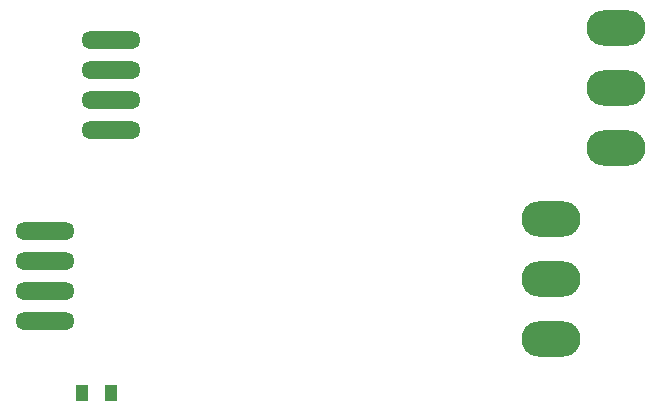
<source format=gbp>
G04*
G04 #@! TF.GenerationSoftware,Altium Limited,Altium Designer,24.5.2 (23)*
G04*
G04 Layer_Color=128*
%FSLAX25Y25*%
%MOIN*%
G70*
G04*
G04 #@! TF.SameCoordinates,CA4C738F-C60C-4ACC-8FA1-BFDE70A38C08*
G04*
G04*
G04 #@! TF.FilePolarity,Positive*
G04*
G01*
G75*
%ADD24R,0.03937X0.05591*%
%ADD114O,0.19685X0.11811*%
%ADD115O,0.19685X0.05906*%
D24*
X41846Y22321D02*
D03*
X32004D02*
D03*
D114*
X188387Y40124D02*
D03*
Y60124D02*
D03*
Y80124D02*
D03*
X210236Y104016D02*
D03*
Y124016D02*
D03*
Y144016D02*
D03*
D115*
X19883Y46108D02*
D03*
Y56108D02*
D03*
Y66108D02*
D03*
Y76108D02*
D03*
X41732Y110000D02*
D03*
Y120000D02*
D03*
Y130000D02*
D03*
Y140000D02*
D03*
M02*

</source>
